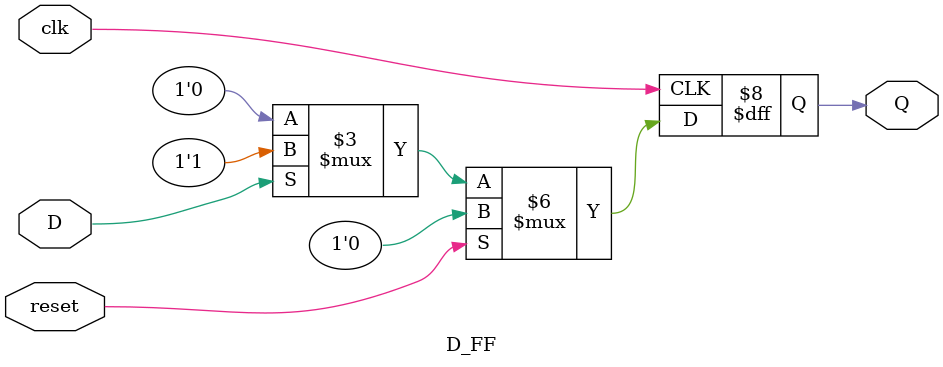
<source format=v>
`timescale 1ns / 1ps
module D_FF(
input clk,D,reset,
output reg Q
    );
    always @(negedge clk)
    begin
    if(reset)
    Q<=0;
    else
    begin
    if(D)
    Q<=1;
    else
    Q<=0;
    end
    end
endmodule


</source>
